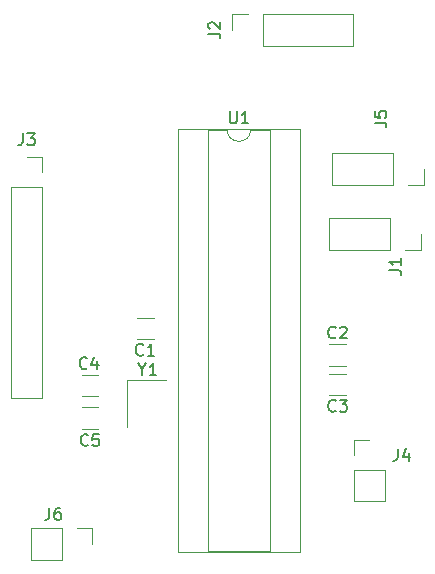
<source format=gbr>
%TF.GenerationSoftware,KiCad,Pcbnew,(6.0.7-1)-1*%
%TF.CreationDate,2022-11-15T19:28:55-05:00*%
%TF.ProjectId,pcb,7063622e-6b69-4636-9164-5f7063625858,rev?*%
%TF.SameCoordinates,Original*%
%TF.FileFunction,Legend,Top*%
%TF.FilePolarity,Positive*%
%FSLAX46Y46*%
G04 Gerber Fmt 4.6, Leading zero omitted, Abs format (unit mm)*
G04 Created by KiCad (PCBNEW (6.0.7-1)-1) date 2022-11-15 19:28:55*
%MOMM*%
%LPD*%
G01*
G04 APERTURE LIST*
%ADD10C,0.150000*%
%ADD11C,0.120000*%
G04 APERTURE END LIST*
D10*
%TO.C,J1*%
X139702380Y-90833333D02*
X140416666Y-90833333D01*
X140559523Y-90880952D01*
X140654761Y-90976190D01*
X140702380Y-91119047D01*
X140702380Y-91214285D01*
X140702380Y-89833333D02*
X140702380Y-90404761D01*
X140702380Y-90119047D02*
X139702380Y-90119047D01*
X139845238Y-90214285D01*
X139940476Y-90309523D01*
X139988095Y-90404761D01*
%TO.C,J6*%
X110916666Y-110952380D02*
X110916666Y-111666666D01*
X110869047Y-111809523D01*
X110773809Y-111904761D01*
X110630952Y-111952380D01*
X110535714Y-111952380D01*
X111821428Y-110952380D02*
X111630952Y-110952380D01*
X111535714Y-111000000D01*
X111488095Y-111047619D01*
X111392857Y-111190476D01*
X111345238Y-111380952D01*
X111345238Y-111761904D01*
X111392857Y-111857142D01*
X111440476Y-111904761D01*
X111535714Y-111952380D01*
X111726190Y-111952380D01*
X111821428Y-111904761D01*
X111869047Y-111857142D01*
X111916666Y-111761904D01*
X111916666Y-111523809D01*
X111869047Y-111428571D01*
X111821428Y-111380952D01*
X111726190Y-111333333D01*
X111535714Y-111333333D01*
X111440476Y-111380952D01*
X111392857Y-111428571D01*
X111345238Y-111523809D01*
%TO.C,J2*%
X124382380Y-70808333D02*
X125096666Y-70808333D01*
X125239523Y-70855952D01*
X125334761Y-70951190D01*
X125382380Y-71094047D01*
X125382380Y-71189285D01*
X124477619Y-70379761D02*
X124430000Y-70332142D01*
X124382380Y-70236904D01*
X124382380Y-69998809D01*
X124430000Y-69903571D01*
X124477619Y-69855952D01*
X124572857Y-69808333D01*
X124668095Y-69808333D01*
X124810952Y-69855952D01*
X125382380Y-70427380D01*
X125382380Y-69808333D01*
%TO.C,Y1*%
X118773809Y-99226190D02*
X118773809Y-99702380D01*
X118440476Y-98702380D02*
X118773809Y-99226190D01*
X119107142Y-98702380D01*
X119964285Y-99702380D02*
X119392857Y-99702380D01*
X119678571Y-99702380D02*
X119678571Y-98702380D01*
X119583333Y-98845238D01*
X119488095Y-98940476D01*
X119392857Y-98988095D01*
%TO.C,C3*%
X135145833Y-102707142D02*
X135098214Y-102754761D01*
X134955357Y-102802380D01*
X134860119Y-102802380D01*
X134717261Y-102754761D01*
X134622023Y-102659523D01*
X134574404Y-102564285D01*
X134526785Y-102373809D01*
X134526785Y-102230952D01*
X134574404Y-102040476D01*
X134622023Y-101945238D01*
X134717261Y-101850000D01*
X134860119Y-101802380D01*
X134955357Y-101802380D01*
X135098214Y-101850000D01*
X135145833Y-101897619D01*
X135479166Y-101802380D02*
X136098214Y-101802380D01*
X135764880Y-102183333D01*
X135907738Y-102183333D01*
X136002976Y-102230952D01*
X136050595Y-102278571D01*
X136098214Y-102373809D01*
X136098214Y-102611904D01*
X136050595Y-102707142D01*
X136002976Y-102754761D01*
X135907738Y-102802380D01*
X135622023Y-102802380D01*
X135526785Y-102754761D01*
X135479166Y-102707142D01*
%TO.C,U1*%
X126198095Y-77372380D02*
X126198095Y-78181904D01*
X126245714Y-78277142D01*
X126293333Y-78324761D01*
X126388571Y-78372380D01*
X126579047Y-78372380D01*
X126674285Y-78324761D01*
X126721904Y-78277142D01*
X126769523Y-78181904D01*
X126769523Y-77372380D01*
X127769523Y-78372380D02*
X127198095Y-78372380D01*
X127483809Y-78372380D02*
X127483809Y-77372380D01*
X127388571Y-77515238D01*
X127293333Y-77610476D01*
X127198095Y-77658095D01*
%TO.C,C2*%
X135145833Y-96507142D02*
X135098214Y-96554761D01*
X134955357Y-96602380D01*
X134860119Y-96602380D01*
X134717261Y-96554761D01*
X134622023Y-96459523D01*
X134574404Y-96364285D01*
X134526785Y-96173809D01*
X134526785Y-96030952D01*
X134574404Y-95840476D01*
X134622023Y-95745238D01*
X134717261Y-95650000D01*
X134860119Y-95602380D01*
X134955357Y-95602380D01*
X135098214Y-95650000D01*
X135145833Y-95697619D01*
X135526785Y-95697619D02*
X135574404Y-95650000D01*
X135669642Y-95602380D01*
X135907738Y-95602380D01*
X136002976Y-95650000D01*
X136050595Y-95697619D01*
X136098214Y-95792857D01*
X136098214Y-95888095D01*
X136050595Y-96030952D01*
X135479166Y-96602380D01*
X136098214Y-96602380D01*
%TO.C,C4*%
X114083333Y-99107142D02*
X114035714Y-99154761D01*
X113892857Y-99202380D01*
X113797619Y-99202380D01*
X113654761Y-99154761D01*
X113559523Y-99059523D01*
X113511904Y-98964285D01*
X113464285Y-98773809D01*
X113464285Y-98630952D01*
X113511904Y-98440476D01*
X113559523Y-98345238D01*
X113654761Y-98250000D01*
X113797619Y-98202380D01*
X113892857Y-98202380D01*
X114035714Y-98250000D01*
X114083333Y-98297619D01*
X114940476Y-98535714D02*
X114940476Y-99202380D01*
X114702380Y-98154761D02*
X114464285Y-98869047D01*
X115083333Y-98869047D01*
%TO.C,J5*%
X138452380Y-78333333D02*
X139166666Y-78333333D01*
X139309523Y-78380952D01*
X139404761Y-78476190D01*
X139452380Y-78619047D01*
X139452380Y-78714285D01*
X138452380Y-77380952D02*
X138452380Y-77857142D01*
X138928571Y-77904761D01*
X138880952Y-77857142D01*
X138833333Y-77761904D01*
X138833333Y-77523809D01*
X138880952Y-77428571D01*
X138928571Y-77380952D01*
X139023809Y-77333333D01*
X139261904Y-77333333D01*
X139357142Y-77380952D01*
X139404761Y-77428571D01*
X139452380Y-77523809D01*
X139452380Y-77761904D01*
X139404761Y-77857142D01*
X139357142Y-77904761D01*
%TO.C,J4*%
X140416666Y-105952380D02*
X140416666Y-106666666D01*
X140369047Y-106809523D01*
X140273809Y-106904761D01*
X140130952Y-106952380D01*
X140035714Y-106952380D01*
X141321428Y-106285714D02*
X141321428Y-106952380D01*
X141083333Y-105904761D02*
X140845238Y-106619047D01*
X141464285Y-106619047D01*
%TO.C,J3*%
X108666666Y-79232380D02*
X108666666Y-79946666D01*
X108619047Y-80089523D01*
X108523809Y-80184761D01*
X108380952Y-80232380D01*
X108285714Y-80232380D01*
X109047619Y-79232380D02*
X109666666Y-79232380D01*
X109333333Y-79613333D01*
X109476190Y-79613333D01*
X109571428Y-79660952D01*
X109619047Y-79708571D01*
X109666666Y-79803809D01*
X109666666Y-80041904D01*
X109619047Y-80137142D01*
X109571428Y-80184761D01*
X109476190Y-80232380D01*
X109190476Y-80232380D01*
X109095238Y-80184761D01*
X109047619Y-80137142D01*
%TO.C,C5*%
X114183333Y-105607142D02*
X114135714Y-105654761D01*
X113992857Y-105702380D01*
X113897619Y-105702380D01*
X113754761Y-105654761D01*
X113659523Y-105559523D01*
X113611904Y-105464285D01*
X113564285Y-105273809D01*
X113564285Y-105130952D01*
X113611904Y-104940476D01*
X113659523Y-104845238D01*
X113754761Y-104750000D01*
X113897619Y-104702380D01*
X113992857Y-104702380D01*
X114135714Y-104750000D01*
X114183333Y-104797619D01*
X115088095Y-104702380D02*
X114611904Y-104702380D01*
X114564285Y-105178571D01*
X114611904Y-105130952D01*
X114707142Y-105083333D01*
X114945238Y-105083333D01*
X115040476Y-105130952D01*
X115088095Y-105178571D01*
X115135714Y-105273809D01*
X115135714Y-105511904D01*
X115088095Y-105607142D01*
X115040476Y-105654761D01*
X114945238Y-105702380D01*
X114707142Y-105702380D01*
X114611904Y-105654761D01*
X114564285Y-105607142D01*
%TO.C,C1*%
X118858333Y-97957142D02*
X118810714Y-98004761D01*
X118667857Y-98052380D01*
X118572619Y-98052380D01*
X118429761Y-98004761D01*
X118334523Y-97909523D01*
X118286904Y-97814285D01*
X118239285Y-97623809D01*
X118239285Y-97480952D01*
X118286904Y-97290476D01*
X118334523Y-97195238D01*
X118429761Y-97100000D01*
X118572619Y-97052380D01*
X118667857Y-97052380D01*
X118810714Y-97100000D01*
X118858333Y-97147619D01*
X119810714Y-98052380D02*
X119239285Y-98052380D01*
X119525000Y-98052380D02*
X119525000Y-97052380D01*
X119429761Y-97195238D01*
X119334523Y-97290476D01*
X119239285Y-97338095D01*
D11*
%TO.C,J1*%
X139755000Y-86445000D02*
X134615000Y-86445000D01*
X142355000Y-87775000D02*
X142355000Y-89105000D01*
X142355000Y-89105000D02*
X141025000Y-89105000D01*
X139755000Y-89105000D02*
X134615000Y-89105000D01*
X139755000Y-86445000D02*
X139755000Y-89105000D01*
X134615000Y-86445000D02*
X134615000Y-89105000D01*
%TO.C,J6*%
X111955000Y-112670000D02*
X109355000Y-112670000D01*
X109355000Y-112670000D02*
X109355000Y-115330000D01*
X113225000Y-112670000D02*
X114555000Y-112670000D01*
X111955000Y-112670000D02*
X111955000Y-115330000D01*
X114555000Y-112670000D02*
X114555000Y-114000000D01*
X111955000Y-115330000D02*
X109355000Y-115330000D01*
%TO.C,J2*%
X126370000Y-69145000D02*
X127700000Y-69145000D01*
X136650000Y-71805000D02*
X136650000Y-69145000D01*
X128970000Y-71805000D02*
X128970000Y-69145000D01*
X128970000Y-71805000D02*
X136650000Y-71805000D01*
X128970000Y-69145000D02*
X136650000Y-69145000D01*
X126370000Y-70475000D02*
X126370000Y-69145000D01*
%TO.C,Y1*%
X120750000Y-100100000D02*
X117450000Y-100100000D01*
X117450000Y-100100000D02*
X117450000Y-104100000D01*
%TO.C,C3*%
X136023752Y-99590000D02*
X134601248Y-99590000D01*
X136023752Y-101410000D02*
X134601248Y-101410000D01*
%TO.C,U1*%
X124310000Y-114600000D02*
X129610000Y-114600000D01*
X129610000Y-78920000D02*
X127960000Y-78920000D01*
X121820000Y-114660000D02*
X132100000Y-114660000D01*
X132100000Y-114660000D02*
X132100000Y-78860000D01*
X125960000Y-78920000D02*
X124310000Y-78920000D01*
X121820000Y-78860000D02*
X121820000Y-114660000D01*
X124310000Y-78920000D02*
X124310000Y-114600000D01*
X132100000Y-78860000D02*
X121820000Y-78860000D01*
X129610000Y-114600000D02*
X129610000Y-78920000D01*
X125960000Y-78920000D02*
G75*
G03*
X127960000Y-78920000I1000000J0D01*
G01*
%TO.C,C2*%
X134601248Y-98910000D02*
X136023752Y-98910000D01*
X134601248Y-97090000D02*
X136023752Y-97090000D01*
%TO.C,C4*%
X113638748Y-101510000D02*
X115061252Y-101510000D01*
X113638748Y-99690000D02*
X115061252Y-99690000D01*
%TO.C,J5*%
X140005000Y-83605000D02*
X134865000Y-83605000D01*
X142605000Y-82275000D02*
X142605000Y-83605000D01*
X134865000Y-80945000D02*
X134865000Y-83605000D01*
X140005000Y-80945000D02*
X140005000Y-83605000D01*
X140005000Y-80945000D02*
X134865000Y-80945000D01*
X142605000Y-83605000D02*
X141275000Y-83605000D01*
%TO.C,J4*%
X139330000Y-107770000D02*
X139330000Y-110370000D01*
X136670000Y-107770000D02*
X139330000Y-107770000D01*
X136670000Y-110370000D02*
X139330000Y-110370000D01*
X136670000Y-106500000D02*
X136670000Y-105170000D01*
X136670000Y-107770000D02*
X136670000Y-110370000D01*
X136670000Y-105170000D02*
X138000000Y-105170000D01*
%TO.C,J3*%
X110330000Y-81220000D02*
X110330000Y-82550000D01*
X107670000Y-83820000D02*
X110330000Y-83820000D01*
X109000000Y-81220000D02*
X110330000Y-81220000D01*
X110330000Y-83820000D02*
X110330000Y-101660000D01*
X107670000Y-83820000D02*
X107670000Y-101660000D01*
X107670000Y-101660000D02*
X110330000Y-101660000D01*
%TO.C,C5*%
X113638748Y-104260000D02*
X115061252Y-104260000D01*
X113638748Y-102440000D02*
X115061252Y-102440000D01*
%TO.C,C1*%
X119736252Y-96660000D02*
X118313748Y-96660000D01*
X119736252Y-94840000D02*
X118313748Y-94840000D01*
%TD*%
M02*

</source>
